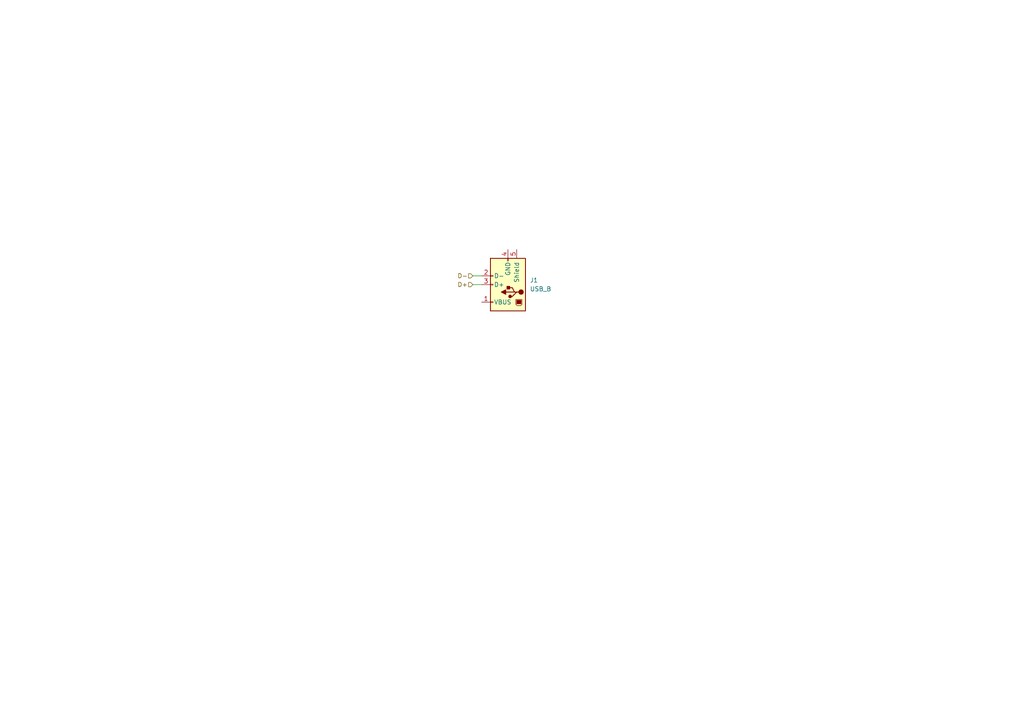
<source format=kicad_sch>
(kicad_sch (version 20250114) (generator "eeschema") (generator_version "9.0")
  (paper "A4")
  (lib_symbols
    (symbol "Connector:USB_B" (pin_names (offset 1.016))
      (property "Reference" "J" (at -5.08 11.43 0))
      (property "Value" "USB_B" (at -5.08 8.89 0))
      (symbol "USB_B_0_1"
        (rectangle (start -5.08 -7.62) (end 5.08 7.62) (stroke (width 0.254)) (fill (type background)))
        (polyline (pts (xy -4.064 4.318) (xy -2.286 4.318) (xy -2.286 5.715) (xy -2.667 6.096) (xy -3.683 6.096) (xy -4.064 5.715) (xy -4.064 4.318)))
        (rectangle (start -3.81 5.588) (end -2.54 4.572) (fill (type outline)))
        (circle (center -3.81 2.159) (radius 0.635) (stroke (width 0.254)) (fill (type outline)))
        (polyline (pts (xy -3.175 2.159) (xy -2.54 2.159) (xy -1.27 3.429) (xy -0.635 3.429)) (stroke (width 0.254)))
        (polyline (pts (xy -2.54 2.159) (xy -1.905 2.159) (xy -1.27 0.889) (xy 0 0.889)) (stroke (width 0.254)))
        (polyline (pts (xy -1.905 2.159) (xy 0.635 2.159)) (stroke (width 0.254)))
        (circle (center -0.635 3.429) (radius 0.381) (stroke (width 0.254)) (fill (type outline)))
        (rectangle (start -0.127 -7.62) (end 0.127 -6.858))
        (rectangle (start 0.254 1.27) (end -0.508 0.508) (stroke (width 0.254)) (fill (type outline)))
        (polyline (pts (xy 0.635 2.794) (xy 0.635 1.524) (xy 1.905 2.159) (xy 0.635 2.794)) (stroke (width 0.254)) (fill (type outline)))
        (rectangle (start 5.08 4.953) (end 4.318 5.207))
        (rectangle (start 5.08 -0.127) (end 4.318 0.127))
        (rectangle (start 5.08 -2.667) (end 4.318 -2.413))
      )
      (symbol "USB_B_1_1"
        (pin passive line (at -2.54 -10.16 90) (length 2.54) (name "Shield") (number "5"))
        (pin power_out line (at 0 -10.16 90) (length 2.54) (name "GND") (number "4"))
        (pin power_out line (at 7.62 5.08 180) (length 2.54) (name "VBUS") (number "1"))
        (pin bidirectional line (at 7.62 0 180) (length 2.54) (name "D+") (number "3"))
        (pin bidirectional line (at 7.62 -2.54 180) (length 2.54) (name "D-") (number "2"))
      )
    )
  )
  (wire (pts (xy 137.16 80.01) (xy 139.7 80.01)))
  (wire (pts (xy 137.16 82.55) (xy 139.7 82.55)))
  (hierarchical_label "D+" (shape input) (at 137.16 82.55 180))
  (hierarchical_label "D-" (shape input) (at 137.16 80.01 180))
  (symbol (lib_id "Connector:USB_B") (at 147.32 82.55 180) (unit 1)
    (property "Reference" "J1" (at 153.67 81.2799 0) (effects (justify right)))
    (property "Value" "USB_B" (at 153.67 83.8199 0) (effects (justify right)))
    (property "Description" "USB Type B connector" (effects (hide yes)))
  )
)
</source>
